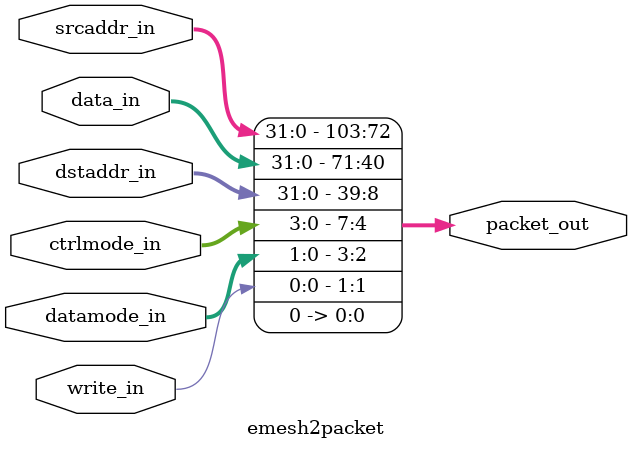
<source format=v>
/*Converts an emesh bundle into a 104 bit packet*/
module emesh2packet(/*AUTOARG*/
   // Outputs
   packet_out,
   // Inputs
   write_in, datamode_in, ctrlmode_in, dstaddr_in, data_in,
   srcaddr_in
   );

   parameter AW=32;
   parameter DW=32;
   parameter PW=104;
   
   //Emesh signal bundle
   input 	    write_in;   
   input [1:0] 	    datamode_in;
   input [3:0] 	    ctrlmode_in;
   input [AW-1:0]   dstaddr_in;
   input [DW-1:0]   data_in;   
   input [AW-1:0]   srcaddr_in;   
   
   //Output packet
   output [PW-1:0]  packet_out;

   assign packet_out[0]       = 1'b0;   
   assign packet_out[1]       = write_in;
   assign packet_out[3:2]     = datamode_in[1:0];
   assign packet_out[7:4]     = ctrlmode_in[3:0];
   assign packet_out[39:8]    = dstaddr_in[AW-1:0];
   assign packet_out[71:40]   = data_in[AW-1:0];
   assign packet_out[103:72]  = srcaddr_in[AW-1:0];
     
endmodule // emesh2packet
/*
  Copyright (C) 2015 Adapteva, Inc.
  Contributed by Andreas Olofsson <support@adapteva.com>

  This program is free software: you can redistribute it and/or modify
  it under the terms of the GNU General Public License as published by
  the Free Software Foundation, either version 3 of the License, or
  (at your option) any later version.

  This program is distributed in the hope that it will be useful,
  but WITHOUT ANY WARRANTY; without even the implied warranty of
  MERCHANTABILITY or FITNESS FOR A PARTICULAR PURPOSE.  See the
  GNU General Public License for more details.

  You should have received a copy of the GNU General Public License
  along with this program (see the file COPYING).  If not, see
  <http://www.gnu.org/licenses/>.
*/

</source>
